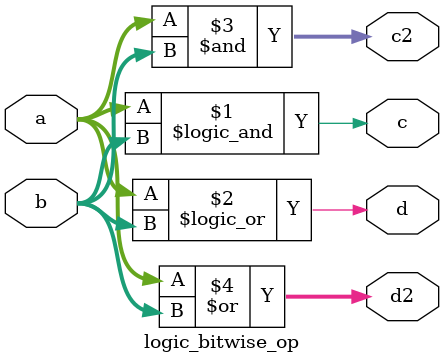
<source format=v>
module logic_bitwise_op(
  input  [7:0] a,
  input  [7:0] b,
  output       c,  
  output       d,  
  output [7:0] c2,  
  output [7:0] d2   
);


assign c = a && b;
assign d = a || b;
assign c2 = a & b;
assign d2 = a | b;

endmodule

</source>
